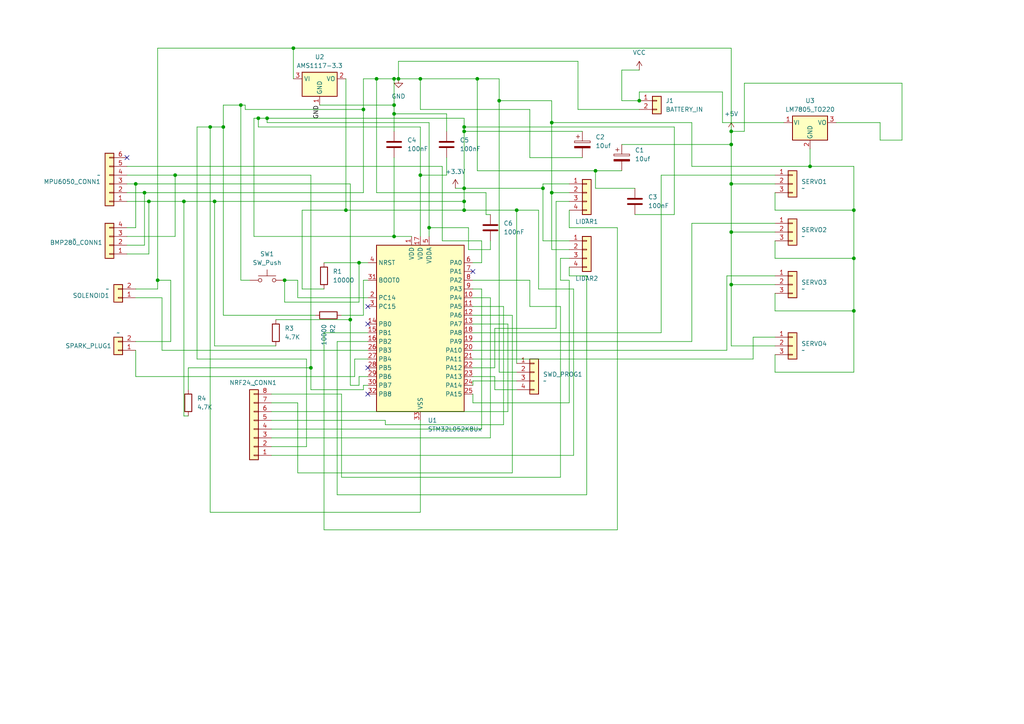
<source format=kicad_sch>
(kicad_sch (version 20250114) (generator "eeschema") (generator_version "9.0")
  (paper "A4")
  (title_block (title "ASTRA-V"))
  (lib_symbols
    (symbol "Conn_01x02_1" (pin_names (offset 1.016) (hide yes))
      (property "Reference" "J1" (at 2.54 0.0001 0))
      (property "Value" "BATTERY_IN" (at 2.54 -2.5399 0))
      (symbol "Conn_01x02_1_1_1"
        (rectangle (start -1.27 1.27) (end 1.27 -3.81) (stroke (width 0.254)) (fill (type background)))
        (rectangle (start -1.27 0.127) (end 0 -0.127) (stroke (width 0.1524)))
        (rectangle (start -1.27 -2.413) (end 0 -2.667) (stroke (width 0.1524)))
        (pin power_out line (at -5.08 0 0) (length 3.81) (name "Pin_1") (number "1"))
        (pin passive line (at -5.08 -2.54 0) (length 3.81) (name "Pin_2") (number "2"))
      )
    )
    (symbol "Connector_Generic:Conn_01x02" (pin_names (offset 1.016) (hide yes))
      (property "Reference" "J" (at 0 2.54 0))
      (property "Value" "Conn_01x02" (at 0 -5.08 0))
      (symbol "Conn_01x02_1_1"
        (rectangle (start -1.27 1.27) (end 1.27 -3.81) (stroke (width 0.254)) (fill (type background)))
        (rectangle (start -1.27 0.127) (end 0 -0.127) (stroke (width 0.1524)))
        (rectangle (start -1.27 -2.413) (end 0 -2.667) (stroke (width 0.1524)))
        (pin passive line (at -5.08 0 0) (length 3.81) (name "Pin_1") (number "1"))
        (pin passive line (at -5.08 -2.54 0) (length 3.81) (name "Pin_2") (number "2"))
      )
    )
    (symbol "Connector_Generic:Conn_01x03" (pin_names (offset 1.016) (hide yes))
      (property "Reference" "J" (at 0 5.08 0))
      (property "Value" "Conn_01x03" (at 0 -5.08 0))
      (symbol "Conn_01x03_1_1"
        (rectangle (start -1.27 3.81) (end 1.27 -3.81) (stroke (width 0.254)) (fill (type background)))
        (rectangle (start -1.27 2.667) (end 0 2.413) (stroke (width 0.1524)))
        (rectangle (start -1.27 0.127) (end 0 -0.127) (stroke (width 0.1524)))
        (rectangle (start -1.27 -2.413) (end 0 -2.667) (stroke (width 0.1524)))
        (pin passive line (at -5.08 2.54 0) (length 3.81) (name "Pin_1") (number "1"))
        (pin passive line (at -5.08 0 0) (length 3.81) (name "Pin_2") (number "2"))
        (pin passive line (at -5.08 -2.54 0) (length 3.81) (name "Pin_3") (number "3"))
      )
    )
    (symbol "Connector_Generic:Conn_01x04" (pin_names (offset 1.016) (hide yes))
      (property "Reference" "J" (at 0 5.08 0))
      (property "Value" "Conn_01x04" (at 0 -7.62 0))
      (symbol "Conn_01x04_1_1"
        (rectangle (start -1.27 3.81) (end 1.27 -6.35) (stroke (width 0.254)) (fill (type background)))
        (rectangle (start -1.27 2.667) (end 0 2.413) (stroke (width 0.1524)))
        (rectangle (start -1.27 0.127) (end 0 -0.127) (stroke (width 0.1524)))
        (rectangle (start -1.27 -2.413) (end 0 -2.667) (stroke (width 0.1524)))
        (rectangle (start -1.27 -4.953) (end 0 -5.207) (stroke (width 0.1524)))
        (pin passive line (at -5.08 2.54 0) (length 3.81) (name "Pin_1") (number "1"))
        (pin passive line (at -5.08 0 0) (length 3.81) (name "Pin_2") (number "2"))
        (pin passive line (at -5.08 -2.54 0) (length 3.81) (name "Pin_3") (number "3"))
        (pin passive line (at -5.08 -5.08 0) (length 3.81) (name "Pin_4") (number "4"))
      )
    )
    (symbol "Connector_Generic:Conn_01x06" (pin_names (offset 1.016) (hide yes))
      (property "Reference" "J" (at 0 7.62 0))
      (property "Value" "Conn_01x06" (at 0 -10.16 0))
      (symbol "Conn_01x06_1_1"
        (rectangle (start -1.27 6.35) (end 1.27 -8.89) (stroke (width 0.254)) (fill (type background)))
        (rectangle (start -1.27 5.207) (end 0 4.953) (stroke (width 0.1524)))
        (rectangle (start -1.27 2.667) (end 0 2.413) (stroke (width 0.1524)))
        (rectangle (start -1.27 0.127) (end 0 -0.127) (stroke (width 0.1524)))
        (rectangle (start -1.27 -2.413) (end 0 -2.667) (stroke (width 0.1524)))
        (rectangle (start -1.27 -4.953) (end 0 -5.207) (stroke (width 0.1524)))
        (rectangle (start -1.27 -7.493) (end 0 -7.747) (stroke (width 0.1524)))
        (pin passive line (at -5.08 5.08 0) (length 3.81) (name "Pin_1") (number "1"))
        (pin passive line (at -5.08 2.54 0) (length 3.81) (name "Pin_2") (number "2"))
        (pin passive line (at -5.08 0 0) (length 3.81) (name "Pin_3") (number "3"))
        (pin passive line (at -5.08 -2.54 0) (length 3.81) (name "Pin_4") (number "4"))
        (pin passive line (at -5.08 -5.08 0) (length 3.81) (name "Pin_5") (number "5"))
        (pin passive line (at -5.08 -7.62 0) (length 3.81) (name "Pin_6") (number "6"))
      )
    )
    (symbol "Connector_Generic:Conn_01x08" (pin_names (offset 1.016) (hide yes))
      (property "Reference" "J" (at 0 10.16 0))
      (property "Value" "Conn_01x08" (at 0 -12.7 0))
      (symbol "Conn_01x08_1_1"
        (rectangle (start -1.27 8.89) (end 1.27 -11.43) (stroke (width 0.254)) (fill (type background)))
        (rectangle (start -1.27 7.747) (end 0 7.493) (stroke (width 0.1524)))
        (rectangle (start -1.27 5.207) (end 0 4.953) (stroke (width 0.1524)))
        (rectangle (start -1.27 2.667) (end 0 2.413) (stroke (width 0.1524)))
        (rectangle (start -1.27 0.127) (end 0 -0.127) (stroke (width 0.1524)))
        (rectangle (start -1.27 -2.413) (end 0 -2.667) (stroke (width 0.1524)))
        (rectangle (start -1.27 -4.953) (end 0 -5.207) (stroke (width 0.1524)))
        (rectangle (start -1.27 -7.493) (end 0 -7.747) (stroke (width 0.1524)))
        (rectangle (start -1.27 -10.033) (end 0 -10.287) (stroke (width 0.1524)))
        (pin passive line (at -5.08 7.62 0) (length 3.81) (name "Pin_1") (number "1"))
        (pin passive line (at -5.08 5.08 0) (length 3.81) (name "Pin_2") (number "2"))
        (pin passive line (at -5.08 2.54 0) (length 3.81) (name "Pin_3") (number "3"))
        (pin passive line (at -5.08 0 0) (length 3.81) (name "Pin_4") (number "4"))
        (pin passive line (at -5.08 -2.54 0) (length 3.81) (name "Pin_5") (number "5"))
        (pin passive line (at -5.08 -5.08 0) (length 3.81) (name "Pin_6") (number "6"))
        (pin passive line (at -5.08 -7.62 0) (length 3.81) (name "Pin_7") (number "7"))
        (pin passive line (at -5.08 -10.16 0) (length 3.81) (name "Pin_8") (number "8"))
      )
    )
    (symbol "Device:C" (pin_numbers (hide yes)) (pin_names (offset 0.254))
      (property "Reference" "C" (at 0.635 2.54 0))
      (property "Value" "C" (at 0.635 -2.54 0))
      (symbol "C_0_1"
        (polyline (pts (xy -2.032 0.762) (xy 2.032 0.762)) (stroke (width 0.508)))
        (polyline (pts (xy -2.032 -0.762) (xy 2.032 -0.762)) (stroke (width 0.508)))
      )
      (symbol "C_1_1"
        (pin passive line (at 0 3.81 270) (length 2.794) (name "~") (number "1"))
        (pin passive line (at 0 -3.81 90) (length 2.794) (name "~") (number "2"))
      )
    )
    (symbol "Device:C_Polarized" (pin_numbers (hide yes)) (pin_names (offset 0.254))
      (property "Reference" "C" (at 0.635 2.54 0))
      (property "Value" "C_Polarized" (at 0.635 -2.54 0))
      (symbol "C_Polarized_0_1"
        (rectangle (start -2.286 0.508) (end 2.286 1.016))
        (polyline (pts (xy -1.778 2.286) (xy -0.762 2.286)))
        (polyline (pts (xy -1.27 2.794) (xy -1.27 1.778)))
        (rectangle (start 2.286 -0.508) (end -2.286 -1.016) (fill (type outline)))
      )
      (symbol "C_Polarized_1_1"
        (pin passive line (at 0 3.81 270) (length 2.794) (name "~") (number "1"))
        (pin passive line (at 0 -3.81 90) (length 2.794) (name "~") (number "2"))
      )
    )
    (symbol "Device:R" (pin_numbers (hide yes)) (pin_names (offset 0))
      (property "Reference" "R" (at 2.032 0 90))
      (property "Value" "R" (at 0 0 90))
      (symbol "R_0_1"
        (rectangle (start -1.016 -2.54) (end 1.016 2.54) (stroke (width 0.254)))
      )
      (symbol "R_1_1"
        (pin passive line (at 0 3.81 270) (length 1.27) (name "~") (number "1"))
        (pin passive line (at 0 -3.81 90) (length 1.27) (name "~") (number "2"))
      )
    )
    (symbol "MCU_ST_STM32L0:STM32L052K8Ux"
      (property "Reference" "U" (at -12.7 26.67 0))
      (property "Value" "STM32L052K8Ux" (at 5.08 26.67 0))
      (symbol "STM32L052K8Ux_0_1"
        (rectangle (start -12.7 -22.86) (end 12.7 25.4) (stroke (width 0.254)) (fill (type background)))
      )
      (symbol "STM32L052K8Ux_1_1"
        (pin input line (at -15.24 20.32 0) (length 2.54) (name "NRST") (number "4"))
        (pin input line (at -15.24 15.24 0) (length 2.54) (name "BOOT0") (number "31"))
        (pin bidirectional line (at -15.24 10.16 0) (length 2.54) (name "PC14") (number "2"))
        (pin bidirectional line (at -15.24 7.62 0) (length 2.54) (name "PC15") (number "3"))
        (pin bidirectional line (at -15.24 2.54 0) (length 2.54) (name "PB0") (number "14"))
        (pin bidirectional line (at -15.24 0 0) (length 2.54) (name "PB1") (number "15"))
        (pin bidirectional line (at -15.24 -2.54 0) (length 2.54) (name "PB2") (number "16"))
        (pin bidirectional line (at -15.24 -5.08 0) (length 2.54) (name "PB3") (number "26"))
        (pin bidirectional line (at -15.24 -7.62 0) (length 2.54) (name "PB4") (number "27"))
        (pin bidirectional line (at -15.24 -10.16 0) (length 2.54) (name "PB5") (number "28"))
        (pin bidirectional line (at -15.24 -12.7 0) (length 2.54) (name "PB6") (number "29"))
        (pin bidirectional line (at -15.24 -15.24 0) (length 2.54) (name "PB7") (number "30"))
        (pin bidirectional line (at -15.24 -17.78 0) (length 2.54) (name "PB8") (number "32"))
        (pin power_in line (at -2.54 27.94 270) (length 2.54) (name "VDD") (number "1"))
        (pin power_in line (at 0 27.94 270) (length 2.54) (name "VDD") (number "17"))
        (pin power_in line (at 0 -25.4 90) (length 2.54) (name "VSS") (number "33"))
        (pin power_in line (at 2.54 27.94 270) (length 2.54) (name "VDDA") (number "5"))
        (pin bidirectional line (at 15.24 20.32 180) (length 2.54) (name "PA0") (number "6"))
        (pin bidirectional line (at 15.24 17.78 180) (length 2.54) (name "PA1") (number "7"))
        (pin bidirectional line (at 15.24 15.24 180) (length 2.54) (name "PA2") (number "8"))
        (pin bidirectional line (at 15.24 12.7 180) (length 2.54) (name "PA3") (number "9"))
        (pin bidirectional line (at 15.24 10.16 180) (length 2.54) (name "PA4") (number "10"))
        (pin bidirectional line (at 15.24 7.62 180) (length 2.54) (name "PA5") (number "11"))
        (pin bidirectional line (at 15.24 5.08 180) (length 2.54) (name "PA6") (number "12"))
        (pin bidirectional line (at 15.24 2.54 180) (length 2.54) (name "PA7") (number "13"))
        (pin bidirectional line (at 15.24 0 180) (length 2.54) (name "PA8") (number "18"))
        (pin bidirectional line (at 15.24 -2.54 180) (length 2.54) (name "PA9") (number "19"))
        (pin bidirectional line (at 15.24 -5.08 180) (length 2.54) (name "PA10") (number "20"))
        (pin bidirectional line (at 15.24 -7.62 180) (length 2.54) (name "PA11") (number "21"))
        (pin bidirectional line (at 15.24 -10.16 180) (length 2.54) (name "PA12") (number "22"))
        (pin bidirectional line (at 15.24 -12.7 180) (length 2.54) (name "PA13") (number "23"))
        (pin bidirectional line (at 15.24 -15.24 180) (length 2.54) (name "PA14") (number "24"))
        (pin bidirectional line (at 15.24 -17.78 180) (length 2.54) (name "PA15") (number "25"))
      )
    )
    (symbol "Regulator_Linear:AMS1117-3.3"
      (property "Reference" "U" (at -3.81 3.175 0))
      (property "Value" "AMS1117-3.3" (at 0 3.175 0))
      (symbol "AMS1117-3.3_0_1"
        (rectangle (start -5.08 -5.08) (end 5.08 1.905) (stroke (width 0.254)) (fill (type background)))
      )
      (symbol "AMS1117-3.3_1_1"
        (pin power_in line (at -7.62 0 0) (length 2.54) (name "VI") (number "3"))
        (pin power_in line (at 0 -7.62 90) (length 2.54) (name "GND") (number "1"))
        (pin power_out line (at 7.62 0 180) (length 2.54) (name "VO") (number "2"))
      )
    )
    (symbol "Regulator_Linear:LM7805_TO220" (pin_names (offset 0.254))
      (property "Reference" "U" (at -3.81 3.175 0))
      (property "Value" "LM7805_TO220" (at 0 3.175 0))
      (symbol "LM7805_TO220_0_1"
        (rectangle (start -5.08 1.905) (end 5.08 -5.08) (stroke (width 0.254)) (fill (type background)))
      )
      (symbol "LM7805_TO220_1_1"
        (pin power_in line (at -7.62 0 0) (length 2.54) (name "VI") (number "1"))
        (pin power_in line (at 0 -7.62 90) (length 2.54) (name "GND") (number "2"))
        (pin power_out line (at 7.62 0 180) (length 2.54) (name "VO") (number "3"))
      )
    )
    (symbol "Switch:SW_Push" (pin_numbers (hide yes)) (pin_names (offset 1.016) (hide yes))
      (property "Reference" "SW" (at 1.27 2.54 0))
      (property "Value" "SW_Push" (at 0 -1.524 0))
      (symbol "SW_Push_0_1"
        (circle (center -2.032 0) (radius 0.508))
        (polyline (pts (xy 0 1.27) (xy 0 3.048)))
        (circle (center 2.032 0) (radius 0.508))
        (polyline (pts (xy 2.54 1.27) (xy -2.54 1.27)))
        (pin passive line (at -5.08 0 0) (length 2.54) (name "1") (number "1"))
        (pin passive line (at 5.08 0 180) (length 2.54) (name "2") (number "2"))
      )
    )
    (symbol "power:+3.3V" (power) (pin_numbers (hide yes)) (pin_names (offset 0) (hide yes))
      (property "Value" "+3.3V" (at 0 3.556 0))
      (symbol "+3.3V_0_1"
        (polyline (pts (xy -0.762 1.27) (xy 0 2.54)))
        (polyline (pts (xy 0 2.54) (xy 0.762 1.27)))
        (polyline (pts (xy 0 0) (xy 0 2.54)))
      )
      (symbol "+3.3V_1_1"
        (pin power_in line (at 0 0 90) (length 0) (name "~") (number "1"))
      )
    )
    (symbol "power:+5V" (power) (pin_numbers (hide yes)) (pin_names (offset 0) (hide yes))
      (property "Value" "+5V" (at 0 5.08 0))
      (symbol "+5V_0_1"
        (polyline (pts (xy -0.762 1.27) (xy 0 2.54)))
        (polyline (pts (xy 0 2.54) (xy 0.762 1.27)))
        (polyline (pts (xy 0 0) (xy 0 2.54)))
      )
      (symbol "+5V_1_1"
        (pin power_out line (at 0 0 90) (length 0) (name "~") (number "1"))
      )
    )
    (symbol "power:GND" (power) (pin_numbers (hide yes)) (pin_names (offset 0) (hide yes))
      (property "Value" "GND" (at 0 -5.08 0))
      (symbol "GND_0_1"
        (polyline (pts (xy 0 0) (xy 0 -1.27) (xy 1.27 -1.27) (xy 0 -2.54) (xy -1.27 -1.27) (xy 0 -1.27)))
      )
      (symbol "GND_1_1"
        (pin power_out line (at 0 0 270) (length 0) (name "~") (number "1"))
      )
    )
    (symbol "power:VCC" (power) (pin_numbers (hide yes)) (pin_names (offset 0) (hide yes))
      (property "Value" "VCC" (at 0 3.556 0))
      (symbol "VCC_0_1"
        (polyline (pts (xy -0.762 1.27) (xy 0 2.54)))
        (polyline (pts (xy 0 2.54) (xy 0.762 1.27)))
        (polyline (pts (xy 0 0) (xy 0 2.54)))
      )
      (symbol "VCC_1_1"
        (pin power_in line (at 0 0 90) (length 0) (name "~") (number "1"))
      )
    )
  )
  (junction (at 69.85 30.48))
  (junction (at 247.65 60.96))
  (junction (at 212.09 67.31))
  (junction (at 45.72 81.28))
  (junction (at 85.09 13.97))
  (junction (at 134.62 54.61))
  (junction (at 134.62 60.96))
  (junction (at 247.65 74.93))
  (junction (at 160.02 35.56))
  (junction (at 212.09 82.55))
  (junction (at 114.3 68.58))
  (junction (at 160.02 55.88))
  (junction (at 41.91 55.88))
  (junction (at 104.14 76.2))
  (junction (at 64.77 36.83))
  (junction (at 50.8 50.8))
  (junction (at 60.96 36.83))
  (junction (at 115.57 22.86))
  (junction (at 185.42 29.21))
  (junction (at 212.09 41.91))
  (junction (at 109.22 22.86))
  (junction (at 172.72 49.53))
  (junction (at 247.65 90.17))
  (junction (at 114.3 22.86))
  (junction (at 234.95 48.26))
  (junction (at 157.48 54.61))
  (junction (at 212.09 38.1))
  (junction (at 101.6 92.71))
  (junction (at 43.18 58.42))
  (junction (at 53.34 58.42))
  (junction (at 100.33 60.96))
  (junction (at 134.62 58.42))
  (junction (at 149.86 60.96))
  (junction (at 134.62 36.83))
  (junction (at 121.92 50.8))
  (junction (at 212.09 53.34))
  (junction (at 62.23 58.42))
  (junction (at 74.93 34.29))
  (junction (at 39.37 53.34))
  (junction (at 90.17 106.68))
  (junction (at 134.62 38.1))
  (junction (at 114.3 33.02))
  (junction (at 77.47 34.29))
  (junction (at 121.92 22.86))
  (junction (at 138.43 22.86))
  (junction (at 82.55 81.28))
  (junction (at 114.3 30.48))
  (junction (at 124.46 66.04))
  (junction (at 144.78 29.21))
  (junction (at 105.41 31.75))
  (no_connect (at 106.68 93.98))
  (no_connect (at 106.68 114.3))
  (no_connect (at 137.16 78.74))
  (no_connect (at 36.83 45.72))
  (no_connect (at 106.68 106.68))
  (no_connect (at 106.68 88.9))
  (wire (pts (xy 78.74 121.92) (xy 111.76 121.92)))
  (wire (pts (xy 224.79 74.93) (xy 247.65 74.93)))
  (wire (pts (xy 105.41 113.03) (xy 105.41 111.76)))
  (wire (pts (xy 102.87 109.22) (xy 102.87 104.14)))
  (wire (pts (xy 162.56 81.28) (xy 165.1 81.28)))
  (wire (pts (xy 224.79 69.85) (xy 224.79 74.93)))
  (wire (pts (xy 101.6 53.34) (xy 101.6 92.71)))
  (wire (pts (xy 144.78 22.86) (xy 144.78 29.21)))
  (wire (pts (xy 111.76 121.92) (xy 111.76 123.19)))
  (wire (pts (xy 92.71 30.48) (xy 114.3 30.48)))
  (wire (pts (xy 139.7 76.2) (xy 137.16 76.2)))
  (wire (pts (xy 41.91 55.88) (xy 105.41 55.88)))
  (wire (pts (xy 185.42 26.67) (xy 209.55 26.67)))
  (wire (pts (xy 149.86 110.49) (xy 137.16 110.49)))
  (wire (pts (xy 166.37 132.08) (xy 166.37 83.82)))
  (wire (pts (xy 80.01 92.71) (xy 101.6 92.71)))
  (wire (pts (xy 140.97 55.88) (xy 109.22 55.88)))
  (wire (pts (xy 224.79 97.79) (xy 218.44 97.79)))
  (wire (pts (xy 114.3 30.48) (xy 114.3 22.86)))
  (wire (pts (xy 165.1 66.04) (xy 179.07 66.04)))
  (wire (pts (xy 86.36 81.28) (xy 86.36 86.36)))
  (wire (pts (xy 64.77 36.83) (xy 64.77 30.48)))
  (wire (pts (xy 36.83 48.26) (xy 128.27 48.26)))
  (wire (pts (xy 160.02 29.21) (xy 144.78 29.21)))
  (wire (pts (xy 100.33 60.96) (xy 100.33 22.86)))
  (wire (pts (xy 200.66 48.26) (xy 234.95 48.26)))
  (wire (pts (xy 212.09 82.55) (xy 212.09 67.31)))
  (wire (pts (xy 165.1 77.47) (xy 165.1 80.01)))
  (wire (pts (xy 36.83 55.88) (xy 41.91 55.88)))
  (wire (pts (xy 172.72 54.61) (xy 172.72 49.53)))
  (wire (pts (xy 165.1 58.42) (xy 161.29 58.42)))
  (wire (pts (xy 129.54 50.8) (xy 121.92 50.8)))
  (wire (pts (xy 57.15 104.14) (xy 57.15 36.83)))
  (wire (pts (xy 160.02 55.88) (xy 160.02 35.56)))
  (wire (pts (xy 97.79 143.51) (xy 97.79 99.06)))
  (wire (pts (xy 224.79 90.17) (xy 247.65 90.17)))
  (wire (pts (xy 86.36 137.16) (xy 148.59 137.16)))
  (wire (pts (xy 128.27 48.26) (xy 128.27 69.85)))
  (wire (pts (xy 121.92 31.75) (xy 121.92 22.86)))
  (wire (pts (xy 105.41 22.86) (xy 109.22 22.86)))
  (wire (pts (xy 121.92 36.83) (xy 74.93 36.83)))
  (wire (pts (xy 90.17 113.03) (xy 105.41 113.03)))
  (wire (pts (xy 100.33 60.96) (xy 134.62 60.96)))
  (wire (pts (xy 71.12 30.48) (xy 71.12 31.75)))
  (wire (pts (xy 73.66 68.58) (xy 114.3 68.58)))
  (wire (pts (xy 132.08 54.61) (xy 134.62 54.61)))
  (wire (pts (xy 157.48 69.85) (xy 157.48 54.61)))
  (wire (pts (xy 247.65 60.96) (xy 247.65 48.26)))
  (wire (pts (xy 143.51 95.25) (xy 143.51 106.68)))
  (wire (pts (xy 143.51 113.03) (xy 143.51 109.22)))
  (wire (pts (xy 179.07 153.67) (xy 93.98 153.67)))
  (wire (pts (xy 72.39 81.28) (xy 69.85 81.28)))
  (wire (pts (xy 39.37 53.34) (xy 101.6 53.34)))
  (wire (pts (xy 121.92 121.92) (xy 121.92 148.59)))
  (wire (pts (xy 54.61 113.03) (xy 54.61 106.68)))
  (wire (pts (xy 78.74 114.3) (xy 99.06 114.3)))
  (wire (pts (xy 139.7 124.46) (xy 139.7 83.82)))
  (wire (pts (xy 156.21 83.82) (xy 156.21 60.96)))
  (wire (pts (xy 212.09 67.31) (xy 212.09 53.34)))
  (wire (pts (xy 160.02 72.39) (xy 160.02 55.88)))
  (wire (pts (xy 224.79 64.77) (xy 200.66 64.77)))
  (wire (pts (xy 142.24 62.23) (xy 140.97 62.23)))
  (wire (pts (xy 78.74 119.38) (xy 147.32 119.38)))
  (wire (pts (xy 93.98 83.82) (xy 87.63 83.82)))
  (wire (pts (xy 36.83 66.04) (xy 39.37 66.04)))
  (wire (pts (xy 90.17 50.8) (xy 90.17 106.68)))
  (wire (pts (xy 85.09 13.97) (xy 85.09 22.86)))
  (wire (pts (xy 77.47 34.29) (xy 134.62 34.29)))
  (wire (pts (xy 104.14 111.76) (xy 104.14 109.22)))
  (wire (pts (xy 142.24 72.39) (xy 135.89 72.39)))
  (wire (pts (xy 109.22 22.86) (xy 114.3 22.86)))
  (wire (pts (xy 215.9 24.13) (xy 261.62 24.13)))
  (wire (pts (xy 195.58 62.23) (xy 195.58 36.83)))
  (wire (pts (xy 170.18 143.51) (xy 97.79 143.51)))
  (wire (pts (xy 64.77 30.48) (xy 69.85 30.48)))
  (wire (pts (xy 210.82 101.6) (xy 137.16 101.6)))
  (wire (pts (xy 87.63 60.96) (xy 100.33 60.96)))
  (wire (pts (xy 180.34 20.32) (xy 180.34 29.21)))
  (wire (pts (xy 142.24 127) (xy 142.24 86.36)))
  (wire (pts (xy 165.1 116.84) (xy 137.16 116.84)))
  (wire (pts (xy 78.74 132.08) (xy 166.37 132.08)))
  (wire (pts (xy 73.66 68.58) (xy 73.66 34.29)))
  (wire (pts (xy 71.12 31.75) (xy 105.41 31.75)))
  (wire (pts (xy 160.02 35.56) (xy 160.02 29.21)))
  (wire (pts (xy 53.34 120.65) (xy 53.34 58.42)))
  (wire (pts (xy 134.62 58.42) (xy 134.62 60.96)))
  (wire (pts (xy 184.15 54.61) (xy 172.72 54.61)))
  (wire (pts (xy 143.51 113.03) (xy 149.86 113.03)))
  (wire (pts (xy 128.27 69.85) (xy 139.7 69.85)))
  (wire (pts (xy 78.74 124.46) (xy 139.7 124.46)))
  (wire (pts (xy 200.66 35.56) (xy 160.02 35.56)))
  (wire (pts (xy 167.64 17.78) (xy 115.57 17.78)))
  (wire (pts (xy 224.79 100.33) (xy 212.09 100.33)))
  (wire (pts (xy 161.29 95.25) (xy 143.51 95.25)))
  (wire (pts (xy 88.9 129.54) (xy 88.9 104.14)))
  (wire (pts (xy 134.62 38.1) (xy 134.62 54.61)))
  (wire (pts (xy 215.9 38.1) (xy 212.09 38.1)))
  (wire (pts (xy 45.72 13.97) (xy 45.72 81.28)))
  (wire (pts (xy 54.61 106.68) (xy 90.17 106.68)))
  (wire (pts (xy 212.09 38.1) (xy 212.09 41.91)))
  (wire (pts (xy 41.91 71.12) (xy 41.91 55.88)))
  (wire (pts (xy 157.48 54.61) (xy 134.62 54.61)))
  (wire (pts (xy 142.24 86.36) (xy 137.16 86.36)))
  (wire (pts (xy 224.79 82.55) (xy 212.09 82.55)))
  (wire (pts (xy 45.72 13.97) (xy 85.09 13.97)))
  (wire (pts (xy 209.55 35.56) (xy 227.33 35.56)))
  (wire (pts (xy 209.55 26.67) (xy 209.55 35.56)))
  (wire (pts (xy 114.3 45.72) (xy 114.3 68.58)))
  (wire (pts (xy 114.3 22.86) (xy 115.57 22.86)))
  (wire (pts (xy 124.46 35.56) (xy 77.47 35.56)))
  (wire (pts (xy 165.1 55.88) (xy 160.02 55.88)))
  (wire (pts (xy 39.37 109.22) (xy 102.87 109.22)))
  (wire (pts (xy 212.09 100.33) (xy 212.09 82.55)))
  (wire (pts (xy 82.55 81.28) (xy 86.36 81.28)))
  (wire (pts (xy 121.92 68.58) (xy 121.92 50.8)))
  (wire (pts (xy 105.41 81.28) (xy 105.41 91.44)))
  (wire (pts (xy 137.16 110.49) (xy 137.16 111.76)))
  (wire (pts (xy 148.59 91.44) (xy 137.16 91.44)))
  (wire (pts (xy 212.09 13.97) (xy 212.09 38.1)))
  (wire (pts (xy 153.67 81.28) (xy 137.16 81.28)))
  (wire (pts (xy 124.46 68.58) (xy 124.46 66.04)))
  (wire (pts (xy 137.16 88.9) (xy 146.05 88.9)))
  (wire (pts (xy 161.29 58.42) (xy 161.29 95.25)))
  (wire (pts (xy 78.74 129.54) (xy 88.9 129.54)))
  (wire (pts (xy 129.54 38.1) (xy 129.54 33.02)))
  (wire (pts (xy 36.83 73.66) (xy 43.18 73.66)))
  (wire (pts (xy 195.58 36.83) (xy 134.62 36.83)))
  (wire (pts (xy 153.67 88.9) (xy 153.67 81.28)))
  (wire (pts (xy 115.57 22.86) (xy 121.92 22.86)))
  (wire (pts (xy 165.1 74.93) (xy 162.56 74.93)))
  (wire (pts (xy 105.41 31.75) (xy 105.41 22.86)))
  (wire (pts (xy 156.21 60.96) (xy 149.86 60.96)))
  (wire (pts (xy 156.21 83.82) (xy 166.37 83.82)))
  (wire (pts (xy 121.92 50.8) (xy 121.92 36.83)))
  (wire (pts (xy 149.86 107.95) (xy 144.78 107.95)))
  (wire (pts (xy 212.09 41.91) (xy 212.09 53.34)))
  (wire (pts (xy 200.66 99.06) (xy 137.16 99.06)))
  (wire (pts (xy 165.1 60.96) (xy 165.1 66.04)))
  (wire (pts (xy 147.32 119.38) (xy 147.32 93.98)))
  (wire (pts (xy 129.54 45.72) (xy 129.54 50.8)))
  (wire (pts (xy 49.53 99.06) (xy 49.53 81.28)))
  (wire (pts (xy 147.32 93.98) (xy 137.16 93.98)))
  (wire (pts (xy 255.27 40.64) (xy 261.62 40.64)))
  (wire (pts (xy 60.96 36.83) (xy 64.77 36.83)))
  (wire (pts (xy 78.74 116.84) (xy 86.36 116.84)))
  (wire (pts (xy 138.43 49.53) (xy 138.43 22.86)))
  (wire (pts (xy 45.72 81.28) (xy 45.72 83.82)))
  (wire (pts (xy 60.96 148.59) (xy 60.96 36.83)))
  (wire (pts (xy 218.44 104.14) (xy 137.16 104.14)))
  (wire (pts (xy 91.44 91.44) (xy 64.77 91.44)))
  (wire (pts (xy 39.37 101.6) (xy 39.37 109.22)))
  (wire (pts (xy 255.27 35.56) (xy 255.27 40.64)))
  (wire (pts (xy 46.99 101.6) (xy 106.68 101.6)))
  (wire (pts (xy 170.18 80.01) (xy 170.18 143.51)))
  (wire (pts (xy 129.54 33.02) (xy 114.3 33.02)))
  (wire (pts (xy 215.9 24.13) (xy 215.9 38.1)))
  (wire (pts (xy 140.97 62.23) (xy 140.97 55.88)))
  (wire (pts (xy 88.9 104.14) (xy 57.15 104.14)))
  (wire (pts (xy 104.14 109.22) (xy 106.68 109.22)))
  (wire (pts (xy 105.41 55.88) (xy 105.41 31.75)))
  (wire (pts (xy 172.72 49.53) (xy 180.34 49.53)))
  (wire (pts (xy 137.16 116.84) (xy 137.16 114.3)))
  (wire (pts (xy 36.83 71.12) (xy 41.91 71.12)))
  (wire (pts (xy 142.24 69.85) (xy 142.24 72.39)))
  (wire (pts (xy 105.41 111.76) (xy 106.68 111.76)))
  (wire (pts (xy 43.18 58.42) (xy 53.34 58.42)))
  (wire (pts (xy 144.78 29.21) (xy 144.78 107.95)))
  (wire (pts (xy 138.43 22.86) (xy 144.78 22.86)))
  (wire (pts (xy 134.62 34.29) (xy 134.62 36.83)))
  (wire (pts (xy 168.91 38.1) (xy 134.62 38.1)))
  (wire (pts (xy 165.1 80.01) (xy 170.18 80.01)))
  (wire (pts (xy 191.77 50.8) (xy 191.77 96.52)))
  (wire (pts (xy 224.79 80.01) (xy 210.82 80.01)))
  (wire (pts (xy 53.34 58.42) (xy 62.23 58.42)))
  (wire (pts (xy 115.57 17.78) (xy 115.57 22.86)))
  (wire (pts (xy 43.18 73.66) (xy 43.18 58.42)))
  (wire (pts (xy 200.66 64.77) (xy 200.66 99.06)))
  (wire (pts (xy 184.15 62.23) (xy 195.58 62.23)))
  (wire (pts (xy 74.93 34.29) (xy 77.47 34.29)))
  (wire (pts (xy 162.56 74.93) (xy 162.56 81.28)))
  (wire (pts (xy 104.14 87.63) (xy 82.55 87.63)))
  (wire (pts (xy 261.62 24.13) (xy 261.62 40.64)))
  (wire (pts (xy 54.61 120.65) (xy 53.34 120.65)))
  (wire (pts (xy 180.34 41.91) (xy 212.09 41.91)))
  (wire (pts (xy 114.3 38.1) (xy 114.3 33.02)))
  (wire (pts (xy 137.16 83.82) (xy 139.7 83.82)))
  (wire (pts (xy 135.89 66.04) (xy 124.46 66.04)))
  (wire (pts (xy 224.79 85.09) (xy 224.79 90.17)))
  (wire (pts (xy 218.44 97.79) (xy 218.44 104.14)))
  (wire (pts (xy 69.85 30.48) (xy 71.12 30.48)))
  (wire (pts (xy 191.77 96.52) (xy 137.16 96.52)))
  (wire (pts (xy 224.79 53.34) (xy 212.09 53.34)))
  (wire (pts (xy 185.42 31.75) (xy 167.64 31.75)))
  (wire (pts (xy 78.74 127) (xy 142.24 127)))
  (wire (pts (xy 167.64 31.75) (xy 167.64 17.78)))
  (wire (pts (xy 104.14 76.2) (xy 106.68 76.2)))
  (wire (pts (xy 162.56 88.9) (xy 153.67 88.9)))
  (wire (pts (xy 247.65 107.95) (xy 247.65 90.17)))
  (wire (pts (xy 87.63 83.82) (xy 87.63 60.96)))
  (wire (pts (xy 93.98 76.2) (xy 104.14 76.2)))
  (wire (pts (xy 224.79 60.96) (xy 247.65 60.96)))
  (wire (pts (xy 49.53 81.28) (xy 45.72 81.28)))
  (wire (pts (xy 80.01 100.33) (xy 62.23 100.33)))
  (wire (pts (xy 90.17 106.68) (xy 90.17 113.03)))
  (wire (pts (xy 224.79 55.88) (xy 224.79 60.96)))
  (wire (pts (xy 39.37 86.36) (xy 46.99 86.36)))
  (wire (pts (xy 39.37 83.82) (xy 45.72 83.82)))
  (wire (pts (xy 111.76 123.19) (xy 146.05 123.19)))
  (wire (pts (xy 247.65 74.93) (xy 247.65 60.96)))
  (wire (pts (xy 39.37 66.04) (xy 39.37 53.34)))
  (wire (pts (xy 36.83 53.34) (xy 39.37 53.34)))
  (wire (pts (xy 224.79 50.8) (xy 191.77 50.8)))
  (wire (pts (xy 86.36 86.36) (xy 106.68 86.36)))
  (wire (pts (xy 143.51 109.22) (xy 137.16 109.22)))
  (wire (pts (xy 105.41 91.44) (xy 99.06 91.44)))
  (wire (pts (xy 224.79 67.31) (xy 212.09 67.31)))
  (wire (pts (xy 165.1 53.34) (xy 157.48 53.34)))
  (wire (pts (xy 102.87 104.14) (xy 106.68 104.14)))
  (wire (pts (xy 109.22 55.88) (xy 109.22 22.86)))
  (wire (pts (xy 73.66 34.29) (xy 74.93 34.29)))
  (wire (pts (xy 124.46 66.04) (xy 124.46 35.56)))
  (wire (pts (xy 180.34 29.21) (xy 185.42 29.21)))
  (wire (pts (xy 101.6 92.71) (xy 101.6 111.76)))
  (wire (pts (xy 74.93 36.83) (xy 74.93 34.29)))
  (wire (pts (xy 247.65 90.17) (xy 247.65 74.93)))
  (wire (pts (xy 234.95 43.18) (xy 234.95 48.26)))
  (wire (pts (xy 185.42 20.32) (xy 180.34 20.32)))
  (wire (pts (xy 234.95 48.26) (xy 247.65 48.26)))
  (wire (pts (xy 134.62 36.83) (xy 134.62 38.1)))
  (wire (pts (xy 146.05 88.9) (xy 146.05 123.19)))
  (wire (pts (xy 99.06 138.43) (xy 162.56 138.43)))
  (wire (pts (xy 162.56 138.43) (xy 162.56 88.9)))
  (wire (pts (xy 149.86 60.96) (xy 134.62 60.96)))
  (wire (pts (xy 99.06 114.3) (xy 99.06 138.43)))
  (wire (pts (xy 101.6 111.76) (xy 104.14 111.76)))
  (wire (pts (xy 106.68 81.28) (xy 105.41 81.28)))
  (wire (pts (xy 114.3 68.58) (xy 119.38 68.58)))
  (wire (pts (xy 165.1 81.28) (xy 165.1 116.84)))
  (wire (pts (xy 36.83 68.58) (xy 50.8 68.58)))
  (wire (pts (xy 104.14 76.2) (xy 104.14 87.63)))
  (wire (pts (xy 85.09 13.97) (xy 212.09 13.97)))
  (wire (pts (xy 39.37 99.06) (xy 49.53 99.06)))
  (wire (pts (xy 57.15 36.83) (xy 60.96 36.83)))
  (wire (pts (xy 134.62 54.61) (xy 134.62 58.42)))
  (wire (pts (xy 153.67 31.75) (xy 121.92 31.75)))
  (wire (pts (xy 200.66 48.26) (xy 200.66 35.56)))
  (wire (pts (xy 138.43 49.53) (xy 172.72 49.53)))
  (wire (pts (xy 185.42 29.21) (xy 185.42 26.67)))
  (wire (pts (xy 165.1 69.85) (xy 157.48 69.85)))
  (wire (pts (xy 69.85 81.28) (xy 69.85 30.48)))
  (wire (pts (xy 121.92 22.86) (xy 138.43 22.86)))
  (wire (pts (xy 224.79 107.95) (xy 247.65 107.95)))
  (wire (pts (xy 64.77 91.44) (xy 64.77 36.83)))
  (wire (pts (xy 46.99 86.36) (xy 46.99 101.6)))
  (wire (pts (xy 62.23 100.33) (xy 62.23 58.42)))
  (wire (pts (xy 36.83 58.42) (xy 43.18 58.42)))
  (wire (pts (xy 210.82 80.01) (xy 210.82 101.6)))
  (wire (pts (xy 168.91 45.72) (xy 153.67 45.72)))
  (wire (pts (xy 97.79 99.06) (xy 106.68 99.06)))
  (wire (pts (xy 82.55 87.63) (xy 82.55 81.28)))
  (wire (pts (xy 62.23 58.42) (xy 134.62 58.42)))
  (wire (pts (xy 93.98 96.52) (xy 106.68 96.52)))
  (wire (pts (xy 77.47 35.56) (xy 77.47 34.29)))
  (wire (pts (xy 242.57 35.56) (xy 255.27 35.56)))
  (wire (pts (xy 135.89 72.39) (xy 135.89 66.04)))
  (wire (pts (xy 114.3 33.02) (xy 114.3 30.48)))
  (wire (pts (xy 86.36 116.84) (xy 86.36 137.16)))
  (wire (pts (xy 165.1 72.39) (xy 160.02 72.39)))
  (wire (pts (xy 179.07 66.04) (xy 179.07 153.67)))
  (wire (pts (xy 36.83 50.8) (xy 50.8 50.8)))
  (wire (pts (xy 93.98 153.67) (xy 93.98 96.52)))
  (wire (pts (xy 50.8 50.8) (xy 90.17 50.8)))
  (wire (pts (xy 50.8 68.58) (xy 50.8 50.8)))
  (wire (pts (xy 224.79 102.87) (xy 224.79 107.95)))
  (wire (pts (xy 121.92 148.59) (xy 60.96 148.59)))
  (wire (pts (xy 148.59 137.16) (xy 148.59 91.44)))
  (wire (pts (xy 157.48 53.34) (xy 157.48 54.61)))
  (wire (pts (xy 143.51 106.68) (xy 137.16 106.68)))
  (wire (pts (xy 153.67 45.72) (xy 153.67 31.75)))
  (wire (pts (xy 149.86 60.96) (xy 149.86 105.41)))
  (wire (pts (xy 139.7 69.85) (xy 139.7 76.2)))
  (label "GND" (at 92.71 30.48 270))
  (symbol (lib_id "Device:C") (at 184.15 58.42 0) (unit 1)
    (property "Reference" "C3" (at 187.96 57.1499 0) (effects (justify left)))
    (property "Value" "100nF" (at 187.96 59.6899 0) (effects (justify left)))
    (property "Footprint" "Capacitor_THT:C_Disc_D5.0mm_W2.5mm_P5.00mm" (effects (hide yes)))
    (property "Description" "Unpolarized capacitor" (effects (hide yes)))
  )
  (symbol (lib_id "Connector_Generic:Conn_01x04") (at 31.75 71.12 180) (unit 1)
    (property "Reference" "BMP280_CONN1" (at 22.098 70.358 0))
    (property "Value" "~" (at 21.59 69.342 0))
    (property "Footprint" "Connector_PinHeader_2.54mm:PinHeader_1x04_P2.54mm_Vertical" (effects (hide yes)))
    (property "Description" "Generic connector, single row, 01x04, script generated (kicad-library-utils/schlib/autogen/connector/)" (effects (hide yes)))
  )
  (symbol (lib_id "power:GND") (at 115.57 22.86 0) (unit 1)
    (property "Reference" "#PWR03" (effects (hide yes)))
    (property "Value" "GND" (at 115.57 27.94 0))
    (property "Description" "Power symbol creates a global label with name \"GND\" , ground" (effects (hide yes)))
  )
  (symbol (lib_id "Connector_Generic:Conn_01x03") (at 229.87 100.33 0) (unit 1)
    (property "Reference" "SERVO4" (at 232.41 99.6949 0) (effects (justify left)))
    (property "Value" "~" (at 232.41 101.6 0) (effects (justify left)))
    (property "Footprint" "Connector_PinHeader_2.54mm:PinHeader_1x03_P2.54mm_Vertical" (effects (hide yes)))
    (property "Description" "Generic connector, single row, 01x03, script generated (kicad-library-utils/schlib/autogen/connector/)" (effects (hide yes)))
  )
  (symbol (lib_id "Device:R") (at 93.98 80.01 0) (unit 1)
    (property "Reference" "R1" (at 96.52 78.7399 0) (effects (justify left)))
    (property "Value" "10000" (at 96.52 81.2799 0) (effects (justify left)))
    (property "Footprint" "Resistor_THT:R_Axial_DIN0207_L6.3mm_D2.5mm_P10.16mm_Horizontal" (effects (hide yes)))
    (property "Description" "Resistor" (effects (hide yes)))
  )
  (symbol (lib_id "power:VCC") (at 185.42 20.32 0) (unit 1)
    (property "Reference" "#PWR02" (effects (hide yes)))
    (property "Value" "VCC" (at 185.42 15.24 0))
    (property "Description" "Power symbol creates a global label with name \"VCC\"" (effects (hide yes)))
  )
  (symbol (lib_id "Connector_Generic:Conn_01x03") (at 229.87 82.55 0) (unit 1)
    (property "Reference" "SERVO3" (at 232.41 81.9149 0) (effects (justify left)))
    (property "Value" "~" (at 232.41 83.82 0) (effects (justify left)))
    (property "Footprint" "Connector_PinHeader_2.54mm:PinHeader_1x03_P2.54mm_Vertical" (effects (hide yes)))
    (property "Description" "Generic connector, single row, 01x03, script generated (kicad-library-utils/schlib/autogen/connector/)" (effects (hide yes)))
  )
  (symbol (lib_id "Device:C_Polarized") (at 168.91 41.91 0) (unit 1)
    (property "Reference" "C2" (at 172.72 39.7509 0) (effects (justify left)))
    (property "Value" "10uf" (at 172.72 42.2909 0) (effects (justify left)))
    (property "Footprint" "Capacitor_THT:CP_Radial_D8.0mm_P3.50mm" (effects (hide yes)))
    (property "Description" "Polarized capacitor" (effects (hide yes)))
  )
  (symbol (lib_id "Connector_Generic:Conn_01x02") (at 34.29 86.36 180) (unit 1)
    (property "Reference" "SOLENOID1" (at 31.75 85.7251 0) (effects (justify left)))
    (property "Value" "~" (at 31.75 83.82 0) (effects (justify left)))
    (property "Footprint" "Connector_PinHeader_2.54mm:PinHeader_1x02_P2.54mm_Vertical" (effects (hide yes)))
    (property "Description" "Generic connector, single row, 01x02, script generated (kicad-library-utils/schlib/autogen/connector/)" (effects (hide yes)))
  )
  (symbol (lib_id "MCU_ST_STM32L0:STM32L052K8Ux") (at 121.92 96.52 0) (unit 1)
    (property "Reference" "U1" (at 124.0633 121.92 0) (effects (justify left)))
    (property "Value" "STM32L052K8Ux" (at 124.0633 124.46 0) (effects (justify left)))
    (property "Footprint" "Package_DFN_QFN:QFN-32-1EP_5x5mm_P0.5mm_EP3.45x3.45mm" (effects (hide yes)))
    (property "Datasheet" "https://www.st.com/resource/en/datasheet/stm32l052k8.pdf" (effects (hide yes)))
    (property "Description" "STMicroelectronics Arm Cortex-M0+ MCU, 64KB flash, 8KB RAM, 32 MHz, 1.65-3.6V, 27 GPIO, UFQFPN32" (effects (hide yes)))
  )
  (symbol (lib_id "Regulator_Linear:LM7805_TO220") (at 234.95 35.56 0) (unit 1)
    (property "Reference" "U3" (at 234.95 29.21 0))
    (property "Value" "LM7805_TO220" (at 234.95 31.75 0))
    (property "Footprint" "Package_TO_SOT_THT:TO-220-3_Vertical" (effects (hide yes)))
    (property "Datasheet" "https://www.onsemi.cn/PowerSolutions/document/MC7800-D.PDF" (effects (hide yes)))
    (property "Description" "Positive 1A 35V Linear Regulator, Fixed Output 5V, TO-220" (effects (hide yes)))
  )
  (symbol (lib_id "Device:C_Polarized") (at 180.34 45.72 0) (unit 1)
    (property "Reference" "C1" (at 184.15 43.5609 0) (effects (justify left)))
    (property "Value" "10uf" (at 184.15 46.1009 0) (effects (justify left)))
    (property "Footprint" "Capacitor_THT:CP_Radial_D8.0mm_P3.50mm" (effects (hide yes)))
    (property "Description" "Polarized capacitor" (effects (hide yes)))
  )
  (symbol (lib_id "Switch:SW_Push") (at 77.47 81.28 0) (unit 1)
    (property "Reference" "SW1" (at 77.47 73.66 0))
    (property "Value" "SW_Push" (at 77.47 76.2 0))
    (property "Footprint" "Button_Switch_THT:SW_Push_2P1T_Toggle_CK_PVA1xxH4xxxxxxV2" (effects (hide yes)))
    (property "Description" "Push button switch, generic, two pins" (effects (hide yes)))
  )
  (symbol (lib_id "Device:C") (at 142.24 66.04 0) (unit 1)
    (property "Reference" "C6" (at 146.05 64.7699 0) (effects (justify left)))
    (property "Value" "100nF" (at 146.05 67.3099 0) (effects (justify left)))
    (property "Footprint" "Capacitor_THT:C_Disc_D5.0mm_W2.5mm_P5.00mm" (effects (hide yes)))
    (property "Description" "Unpolarized capacitor" (effects (hide yes)))
  )
  (symbol (lib_id "Regulator_Linear:AMS1117-3.3") (at 92.71 22.86 0) (unit 1)
    (property "Reference" "U2" (at 92.71 16.51 0))
    (property "Value" "AMS1117-3.3" (at 92.71 19.05 0))
    (property "Footprint" "Package_TO_SOT_SMD:SOT-223-3_TabPin2" (effects (hide yes)))
    (property "Datasheet" "http://www.advanced-monolithic.com/pdf/ds1117.pdf" (effects (hide yes)))
    (property "Description" "1A Low Dropout regulator, positive, 3.3V fixed output, SOT-223" (effects (hide yes)))
  )
  (symbol (lib_id "Connector_Generic:Conn_01x04") (at 154.94 107.95 0) (unit 1)
    (property "Reference" "SWD_PROG1" (at 157.48 108.5849 0) (effects (justify left)))
    (property "Value" "~" (at 157.48 110.49 0) (effects (justify left)))
    (property "Footprint" "Connector_PinHeader_2.54mm:PinHeader_1x04_P2.54mm_Vertical" (effects (hide yes)))
    (property "Description" "Generic connector, single row, 01x04, script generated (kicad-library-utils/schlib/autogen/connector/)" (effects (hide yes)))
  )
  (symbol (lib_id "Device:C") (at 129.54 41.91 0) (unit 1)
    (property "Reference" "C5" (at 133.35 40.6399 0) (effects (justify left)))
    (property "Value" "100nF" (at 133.35 43.1799 0) (effects (justify left)))
    (property "Footprint" "Capacitor_THT:C_Disc_D5.0mm_W2.5mm_P5.00mm" (effects (hide yes)))
    (property "Description" "Unpolarized capacitor" (effects (hide yes)))
  )
  (symbol (lib_id "Connector_Generic:Conn_01x02") (at 34.29 101.6 180) (unit 1)
    (property "Reference" "SPARK_PLUG1" (at 25.654 100.33 0))
    (property "Value" "~" (at 34.29 96.52 0))
    (property "Footprint" "Connector_PinHeader_2.54mm:PinHeader_1x02_P2.54mm_Vertical" (effects (hide yes)))
    (property "Description" "Generic connector, single row, 01x02, script generated (kicad-library-utils/schlib/autogen/connector/)" (effects (hide yes)))
  )
  (symbol (lib_name "Conn_01x02_1") (lib_id "Connector_Generic:Conn_01x02") (at 190.5 29.21 0) (unit 1)
    (property "Reference" "J1" (at 193.04 29.2099 0) (effects (justify left)))
    (property "Value" "BATTERY_IN" (at 193.04 31.7499 0) (effects (justify left)))
    (property "Footprint" "Connector_JST:JST_XH_B2B-XH-A_1x02_P2.50mm_Vertical" (effects (hide yes)))
    (property "Description" "Generic connector, single row, 01x02, script generated (kicad-library-utils/schlib/autogen/connector/)" (effects (hide yes)))
  )
  (symbol (lib_id "Connector_Generic:Conn_01x03") (at 229.87 67.31 0) (unit 1)
    (property "Reference" "SERVO2" (at 232.41 66.6749 0) (effects (justify left)))
    (property "Value" "~" (at 232.41 68.58 0) (effects (justify left)))
    (property "Footprint" "Connector_PinHeader_2.54mm:PinHeader_1x03_P2.54mm_Vertical" (effects (hide yes)))
    (property "Description" "Generic connector, single row, 01x03, script generated (kicad-library-utils/schlib/autogen/connector/)" (effects (hide yes)))
  )
  (symbol (lib_id "power:+3.3V") (at 132.08 54.61 0) (unit 1)
    (property "Reference" "#PWR01" (effects (hide yes)))
    (property "Value" "+3.3V" (at 132.08 49.784 0))
    (property "Description" "Power symbol creates a global label with name \"+3.3V\"" (effects (hide yes)))
  )
  (symbol (lib_id "Connector_Generic:Conn_01x04") (at 170.18 72.39 0) (unit 1)
    (property "Reference" "LIDAR2" (at 170.18 80.772 0))
    (property "Value" "~" (at 170.18 80.01 0))
    (property "Footprint" "Connector_PinHeader_2.54mm:PinHeader_1x04_P2.54mm_Vertical" (effects (hide yes)))
    (property "Description" "Generic connector, single row, 01x04, script generated (kicad-library-utils/schlib/autogen/connector/)" (effects (hide yes)))
  )
  (symbol (lib_id "Connector_Generic:Conn_01x04") (at 170.18 55.88 0) (unit 1)
    (property "Reference" "LIDAR1" (at 170.18 64.262 0))
    (property "Value" "~" (at 170.18 63.5 0))
    (property "Footprint" "Connector_PinHeader_2.54mm:PinHeader_1x04_P2.54mm_Vertical" (effects (hide yes)))
    (property "Description" "Generic connector, single row, 01x04, script generated (kicad-library-utils/schlib/autogen/connector/)" (effects (hide yes)))
  )
  (symbol (lib_id "Connector_Generic:Conn_01x06") (at 31.75 53.34 180) (unit 1)
    (property "Reference" "MPU6050_CONN1" (at 29.21 52.7051 0) (effects (justify left)))
    (property "Value" "~" (at 29.21 50.8 0) (effects (justify left)))
    (property "Footprint" "Connector_PinHeader_2.54mm:PinHeader_1x06_P2.54mm_Vertical" (effects (hide yes)))
    (property "Description" "Generic connector, single row, 01x06, script generated (kicad-library-utils/schlib/autogen/connector/)" (effects (hide yes)))
  )
  (symbol (lib_id "Device:R") (at 95.25 91.44 270) (unit 1)
    (property "Reference" "R2" (at 96.5201 93.98 0) (effects (justify left)))
    (property "Value" "10000" (at 93.9801 93.98 0) (effects (justify left)))
    (property "Footprint" "Resistor_THT:R_Axial_DIN0207_L6.3mm_D2.5mm_P10.16mm_Horizontal" (effects (hide yes)))
    (property "Description" "Resistor" (effects (hide yes)))
  )
  (symbol (lib_id "Device:R") (at 54.61 116.84 0) (unit 1)
    (property "Reference" "R4" (at 57.15 115.5699 0) (effects (justify left)))
    (property "Value" "4.7K" (at 57.15 118.1099 0) (effects (justify left)))
    (property "Footprint" "Resistor_THT:R_Axial_DIN0207_L6.3mm_D2.5mm_P10.16mm_Horizontal" (effects (hide yes)))
    (property "Description" "Resistor" (effects (hide yes)))
  )
  (symbol (lib_id "Device:C") (at 114.3 41.91 0) (unit 1)
    (property "Reference" "C4" (at 118.11 40.6399 0) (effects (justify left)))
    (property "Value" "100nF" (at 118.11 43.1799 0) (effects (justify left)))
    (property "Footprint" "Capacitor_THT:C_Disc_D5.0mm_W2.5mm_P5.00mm" (effects (hide yes)))
    (property "Description" "Unpolarized capacitor" (effects (hide yes)))
  )
  (symbol (lib_id "Connector_Generic:Conn_01x03") (at 229.87 53.34 0) (unit 1)
    (property "Reference" "SERVO1" (at 232.41 52.7049 0) (effects (justify left)))
    (property "Value" "~" (at 232.41 54.61 0) (effects (justify left)))
    (property "Footprint" "Connector_PinHeader_2.54mm:PinHeader_1x03_P2.54mm_Vertical" (effects (hide yes)))
    (property "Description" "Generic connector, single row, 01x03, script generated (kicad-library-utils/schlib/autogen/connector/)" (effects (hide yes)))
  )
  (symbol (lib_id "Device:R") (at 80.01 96.52 0) (unit 1)
    (property "Reference" "R3" (at 82.55 95.2499 0) (effects (justify left)))
    (property "Value" "4.7K" (at 82.55 97.7899 0) (effects (justify left)))
    (property "Footprint" "Resistor_THT:R_Axial_DIN0207_L6.3mm_D2.5mm_P10.16mm_Horizontal" (effects (hide yes)))
    (property "Description" "Resistor" (effects (hide yes)))
  )
  (symbol (lib_id "power:+5V") (at 212.09 38.1 0) (unit 1)
    (property "Reference" "#5V0101" (effects (hide yes)))
    (property "Value" "+5V" (at 212.09 33.02 0))
    (property "Description" "Power symbol creates a global label with name \"+5V\"" (effects (hide yes)))
  )
  (symbol (lib_id "Connector_Generic:Conn_01x08") (at 73.66 124.46 180) (unit 1)
    (property "Reference" "NRF24_CONN1" (at 73.406 110.998 0))
    (property "Value" "~" (at 73.66 111.76 0))
    (property "Footprint" "Connector_PinSocket_2.54mm:PinSocket_1x08_P2.54mm_Vertical" (effects (hide yes)))
    (property "Description" "Generic connector, single row, 01x08, script generated (kicad-library-utils/schlib/autogen/connector/)" (effects (hide yes)))
  )
)
</source>
